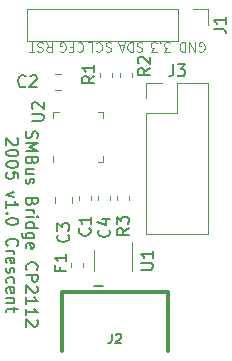
<source format=gbr>
G04 #@! TF.GenerationSoftware,KiCad,Pcbnew,(5.1.2)-1*
G04 #@! TF.CreationDate,2020-05-23T15:23:26+09:00*
G04 #@! TF.ProjectId,cp,63702e6b-6963-4616-945f-706362585858,v1.1*
G04 #@! TF.SameCoordinates,Original*
G04 #@! TF.FileFunction,Legend,Top*
G04 #@! TF.FilePolarity,Positive*
%FSLAX46Y46*%
G04 Gerber Fmt 4.6, Leading zero omitted, Abs format (unit mm)*
G04 Created by KiCad (PCBNEW (5.1.2)-1) date 2020-05-23 15:23:26*
%MOMM*%
%LPD*%
G04 APERTURE LIST*
%ADD10C,0.120000*%
%ADD11C,0.150000*%
%ADD12C,0.300000*%
G04 APERTURE END LIST*
D10*
X114288095Y-123598095D02*
X114554761Y-123979047D01*
X114745238Y-123598095D02*
X114745238Y-124398095D01*
X114440476Y-124398095D01*
X114364285Y-124360000D01*
X114326190Y-124321904D01*
X114288095Y-124245714D01*
X114288095Y-124131428D01*
X114326190Y-124055238D01*
X114364285Y-124017142D01*
X114440476Y-123979047D01*
X114745238Y-123979047D01*
X113983333Y-123636190D02*
X113869047Y-123598095D01*
X113678571Y-123598095D01*
X113602380Y-123636190D01*
X113564285Y-123674285D01*
X113526190Y-123750476D01*
X113526190Y-123826666D01*
X113564285Y-123902857D01*
X113602380Y-123940952D01*
X113678571Y-123979047D01*
X113830952Y-124017142D01*
X113907142Y-124055238D01*
X113945238Y-124093333D01*
X113983333Y-124169523D01*
X113983333Y-124245714D01*
X113945238Y-124321904D01*
X113907142Y-124360000D01*
X113830952Y-124398095D01*
X113640476Y-124398095D01*
X113526190Y-124360000D01*
X113297619Y-124398095D02*
X112840476Y-124398095D01*
X113069047Y-123598095D02*
X113069047Y-124398095D01*
X116945238Y-123674285D02*
X116983333Y-123636190D01*
X117097619Y-123598095D01*
X117173809Y-123598095D01*
X117288095Y-123636190D01*
X117364285Y-123712380D01*
X117402380Y-123788571D01*
X117440476Y-123940952D01*
X117440476Y-124055238D01*
X117402380Y-124207619D01*
X117364285Y-124283809D01*
X117288095Y-124360000D01*
X117173809Y-124398095D01*
X117097619Y-124398095D01*
X116983333Y-124360000D01*
X116945238Y-124321904D01*
X116335714Y-124017142D02*
X116602380Y-124017142D01*
X116602380Y-123598095D02*
X116602380Y-124398095D01*
X116221428Y-124398095D01*
X115497619Y-124360000D02*
X115573809Y-124398095D01*
X115688095Y-124398095D01*
X115802380Y-124360000D01*
X115878571Y-124283809D01*
X115916666Y-124207619D01*
X115954761Y-124055238D01*
X115954761Y-123940952D01*
X115916666Y-123788571D01*
X115878571Y-123712380D01*
X115802380Y-123636190D01*
X115688095Y-123598095D01*
X115611904Y-123598095D01*
X115497619Y-123636190D01*
X115459523Y-123674285D01*
X115459523Y-123940952D01*
X115611904Y-123940952D01*
X127259523Y-124360000D02*
X127335714Y-124398095D01*
X127450000Y-124398095D01*
X127564285Y-124360000D01*
X127640476Y-124283809D01*
X127678571Y-124207619D01*
X127716666Y-124055238D01*
X127716666Y-123940952D01*
X127678571Y-123788571D01*
X127640476Y-123712380D01*
X127564285Y-123636190D01*
X127450000Y-123598095D01*
X127373809Y-123598095D01*
X127259523Y-123636190D01*
X127221428Y-123674285D01*
X127221428Y-123940952D01*
X127373809Y-123940952D01*
X126878571Y-123598095D02*
X126878571Y-124398095D01*
X126421428Y-123598095D01*
X126421428Y-124398095D01*
X126040476Y-123598095D02*
X126040476Y-124398095D01*
X125850000Y-124398095D01*
X125735714Y-124360000D01*
X125659523Y-124283809D01*
X125621428Y-124207619D01*
X125583333Y-124055238D01*
X125583333Y-123940952D01*
X125621428Y-123788571D01*
X125659523Y-123712380D01*
X125735714Y-123636190D01*
X125850000Y-123598095D01*
X126040476Y-123598095D01*
X124788095Y-124398095D02*
X124292857Y-124398095D01*
X124559523Y-124093333D01*
X124445238Y-124093333D01*
X124369047Y-124055238D01*
X124330952Y-124017142D01*
X124292857Y-123940952D01*
X124292857Y-123750476D01*
X124330952Y-123674285D01*
X124369047Y-123636190D01*
X124445238Y-123598095D01*
X124673809Y-123598095D01*
X124750000Y-123636190D01*
X124788095Y-123674285D01*
X123950000Y-123674285D02*
X123911904Y-123636190D01*
X123950000Y-123598095D01*
X123988095Y-123636190D01*
X123950000Y-123674285D01*
X123950000Y-123598095D01*
X123645238Y-124398095D02*
X123150000Y-124398095D01*
X123416666Y-124093333D01*
X123302380Y-124093333D01*
X123226190Y-124055238D01*
X123188095Y-124017142D01*
X123150000Y-123940952D01*
X123150000Y-123750476D01*
X123188095Y-123674285D01*
X123226190Y-123636190D01*
X123302380Y-123598095D01*
X123530952Y-123598095D01*
X123607142Y-123636190D01*
X123645238Y-123674285D01*
X119802380Y-123636190D02*
X119688095Y-123598095D01*
X119497619Y-123598095D01*
X119421428Y-123636190D01*
X119383333Y-123674285D01*
X119345238Y-123750476D01*
X119345238Y-123826666D01*
X119383333Y-123902857D01*
X119421428Y-123940952D01*
X119497619Y-123979047D01*
X119650000Y-124017142D01*
X119726190Y-124055238D01*
X119764285Y-124093333D01*
X119802380Y-124169523D01*
X119802380Y-124245714D01*
X119764285Y-124321904D01*
X119726190Y-124360000D01*
X119650000Y-124398095D01*
X119459523Y-124398095D01*
X119345238Y-124360000D01*
X118545238Y-123674285D02*
X118583333Y-123636190D01*
X118697619Y-123598095D01*
X118773809Y-123598095D01*
X118888095Y-123636190D01*
X118964285Y-123712380D01*
X119002380Y-123788571D01*
X119040476Y-123940952D01*
X119040476Y-124055238D01*
X119002380Y-124207619D01*
X118964285Y-124283809D01*
X118888095Y-124360000D01*
X118773809Y-124398095D01*
X118697619Y-124398095D01*
X118583333Y-124360000D01*
X118545238Y-124321904D01*
X117821428Y-123598095D02*
X118202380Y-123598095D01*
X118202380Y-124398095D01*
X122421428Y-123636190D02*
X122307142Y-123598095D01*
X122116666Y-123598095D01*
X122040476Y-123636190D01*
X122002380Y-123674285D01*
X121964285Y-123750476D01*
X121964285Y-123826666D01*
X122002380Y-123902857D01*
X122040476Y-123940952D01*
X122116666Y-123979047D01*
X122269047Y-124017142D01*
X122345238Y-124055238D01*
X122383333Y-124093333D01*
X122421428Y-124169523D01*
X122421428Y-124245714D01*
X122383333Y-124321904D01*
X122345238Y-124360000D01*
X122269047Y-124398095D01*
X122078571Y-124398095D01*
X121964285Y-124360000D01*
X121621428Y-123598095D02*
X121621428Y-124398095D01*
X121430952Y-124398095D01*
X121316666Y-124360000D01*
X121240476Y-124283809D01*
X121202380Y-124207619D01*
X121164285Y-124055238D01*
X121164285Y-123940952D01*
X121202380Y-123788571D01*
X121240476Y-123712380D01*
X121316666Y-123636190D01*
X121430952Y-123598095D01*
X121621428Y-123598095D01*
X120859523Y-123826666D02*
X120478571Y-123826666D01*
X120935714Y-123598095D02*
X120669047Y-124398095D01*
X120402380Y-123598095D01*
D11*
X112620238Y-131138095D02*
X112572619Y-131280952D01*
X112572619Y-131519047D01*
X112620238Y-131614285D01*
X112667857Y-131661904D01*
X112763095Y-131709523D01*
X112858333Y-131709523D01*
X112953571Y-131661904D01*
X113001190Y-131614285D01*
X113048809Y-131519047D01*
X113096428Y-131328571D01*
X113144047Y-131233333D01*
X113191666Y-131185714D01*
X113286904Y-131138095D01*
X113382142Y-131138095D01*
X113477380Y-131185714D01*
X113525000Y-131233333D01*
X113572619Y-131328571D01*
X113572619Y-131566666D01*
X113525000Y-131709523D01*
X112572619Y-132138095D02*
X113572619Y-132138095D01*
X112858333Y-132471428D01*
X113572619Y-132804761D01*
X112572619Y-132804761D01*
X113096428Y-133614285D02*
X113048809Y-133757142D01*
X113001190Y-133804761D01*
X112905952Y-133852380D01*
X112763095Y-133852380D01*
X112667857Y-133804761D01*
X112620238Y-133757142D01*
X112572619Y-133661904D01*
X112572619Y-133280952D01*
X113572619Y-133280952D01*
X113572619Y-133614285D01*
X113525000Y-133709523D01*
X113477380Y-133757142D01*
X113382142Y-133804761D01*
X113286904Y-133804761D01*
X113191666Y-133757142D01*
X113144047Y-133709523D01*
X113096428Y-133614285D01*
X113096428Y-133280952D01*
X113239285Y-134709523D02*
X112572619Y-134709523D01*
X113239285Y-134280952D02*
X112715476Y-134280952D01*
X112620238Y-134328571D01*
X112572619Y-134423809D01*
X112572619Y-134566666D01*
X112620238Y-134661904D01*
X112667857Y-134709523D01*
X112620238Y-135138095D02*
X112572619Y-135233333D01*
X112572619Y-135423809D01*
X112620238Y-135519047D01*
X112715476Y-135566666D01*
X112763095Y-135566666D01*
X112858333Y-135519047D01*
X112905952Y-135423809D01*
X112905952Y-135280952D01*
X112953571Y-135185714D01*
X113048809Y-135138095D01*
X113096428Y-135138095D01*
X113191666Y-135185714D01*
X113239285Y-135280952D01*
X113239285Y-135423809D01*
X113191666Y-135519047D01*
X113096428Y-137090476D02*
X113048809Y-137233333D01*
X113001190Y-137280952D01*
X112905952Y-137328571D01*
X112763095Y-137328571D01*
X112667857Y-137280952D01*
X112620238Y-137233333D01*
X112572619Y-137138095D01*
X112572619Y-136757142D01*
X113572619Y-136757142D01*
X113572619Y-137090476D01*
X113525000Y-137185714D01*
X113477380Y-137233333D01*
X113382142Y-137280952D01*
X113286904Y-137280952D01*
X113191666Y-137233333D01*
X113144047Y-137185714D01*
X113096428Y-137090476D01*
X113096428Y-136757142D01*
X112572619Y-137757142D02*
X113239285Y-137757142D01*
X113048809Y-137757142D02*
X113144047Y-137804761D01*
X113191666Y-137852380D01*
X113239285Y-137947619D01*
X113239285Y-138042857D01*
X112572619Y-138376190D02*
X113239285Y-138376190D01*
X113572619Y-138376190D02*
X113525000Y-138328571D01*
X113477380Y-138376190D01*
X113525000Y-138423809D01*
X113572619Y-138376190D01*
X113477380Y-138376190D01*
X112572619Y-139280952D02*
X113572619Y-139280952D01*
X112620238Y-139280952D02*
X112572619Y-139185714D01*
X112572619Y-138995238D01*
X112620238Y-138900000D01*
X112667857Y-138852380D01*
X112763095Y-138804761D01*
X113048809Y-138804761D01*
X113144047Y-138852380D01*
X113191666Y-138900000D01*
X113239285Y-138995238D01*
X113239285Y-139185714D01*
X113191666Y-139280952D01*
X113239285Y-140185714D02*
X112429761Y-140185714D01*
X112334523Y-140138095D01*
X112286904Y-140090476D01*
X112239285Y-139995238D01*
X112239285Y-139852380D01*
X112286904Y-139757142D01*
X112620238Y-140185714D02*
X112572619Y-140090476D01*
X112572619Y-139900000D01*
X112620238Y-139804761D01*
X112667857Y-139757142D01*
X112763095Y-139709523D01*
X113048809Y-139709523D01*
X113144047Y-139757142D01*
X113191666Y-139804761D01*
X113239285Y-139900000D01*
X113239285Y-140090476D01*
X113191666Y-140185714D01*
X112620238Y-141042857D02*
X112572619Y-140947619D01*
X112572619Y-140757142D01*
X112620238Y-140661904D01*
X112715476Y-140614285D01*
X113096428Y-140614285D01*
X113191666Y-140661904D01*
X113239285Y-140757142D01*
X113239285Y-140947619D01*
X113191666Y-141042857D01*
X113096428Y-141090476D01*
X113001190Y-141090476D01*
X112905952Y-140614285D01*
X112667857Y-142852380D02*
X112620238Y-142804761D01*
X112572619Y-142661904D01*
X112572619Y-142566666D01*
X112620238Y-142423809D01*
X112715476Y-142328571D01*
X112810714Y-142280952D01*
X113001190Y-142233333D01*
X113144047Y-142233333D01*
X113334523Y-142280952D01*
X113429761Y-142328571D01*
X113525000Y-142423809D01*
X113572619Y-142566666D01*
X113572619Y-142661904D01*
X113525000Y-142804761D01*
X113477380Y-142852380D01*
X112572619Y-143280952D02*
X113572619Y-143280952D01*
X113572619Y-143661904D01*
X113525000Y-143757142D01*
X113477380Y-143804761D01*
X113382142Y-143852380D01*
X113239285Y-143852380D01*
X113144047Y-143804761D01*
X113096428Y-143757142D01*
X113048809Y-143661904D01*
X113048809Y-143280952D01*
X113477380Y-144233333D02*
X113525000Y-144280952D01*
X113572619Y-144376190D01*
X113572619Y-144614285D01*
X113525000Y-144709523D01*
X113477380Y-144757142D01*
X113382142Y-144804761D01*
X113286904Y-144804761D01*
X113144047Y-144757142D01*
X112572619Y-144185714D01*
X112572619Y-144804761D01*
X112572619Y-145757142D02*
X112572619Y-145185714D01*
X112572619Y-145471428D02*
X113572619Y-145471428D01*
X113429761Y-145376190D01*
X113334523Y-145280952D01*
X113286904Y-145185714D01*
X112572619Y-146709523D02*
X112572619Y-146138095D01*
X112572619Y-146423809D02*
X113572619Y-146423809D01*
X113429761Y-146328571D01*
X113334523Y-146233333D01*
X113286904Y-146138095D01*
X113477380Y-147090476D02*
X113525000Y-147138095D01*
X113572619Y-147233333D01*
X113572619Y-147471428D01*
X113525000Y-147566666D01*
X113477380Y-147614285D01*
X113382142Y-147661904D01*
X113286904Y-147661904D01*
X113144047Y-147614285D01*
X112572619Y-147042857D01*
X112572619Y-147661904D01*
X111827380Y-131733333D02*
X111875000Y-131780952D01*
X111922619Y-131876190D01*
X111922619Y-132114285D01*
X111875000Y-132209523D01*
X111827380Y-132257142D01*
X111732142Y-132304761D01*
X111636904Y-132304761D01*
X111494047Y-132257142D01*
X110922619Y-131685714D01*
X110922619Y-132304761D01*
X111922619Y-132923809D02*
X111922619Y-133019047D01*
X111875000Y-133114285D01*
X111827380Y-133161904D01*
X111732142Y-133209523D01*
X111541666Y-133257142D01*
X111303571Y-133257142D01*
X111113095Y-133209523D01*
X111017857Y-133161904D01*
X110970238Y-133114285D01*
X110922619Y-133019047D01*
X110922619Y-132923809D01*
X110970238Y-132828571D01*
X111017857Y-132780952D01*
X111113095Y-132733333D01*
X111303571Y-132685714D01*
X111541666Y-132685714D01*
X111732142Y-132733333D01*
X111827380Y-132780952D01*
X111875000Y-132828571D01*
X111922619Y-132923809D01*
X111922619Y-133876190D02*
X111922619Y-133971428D01*
X111875000Y-134066666D01*
X111827380Y-134114285D01*
X111732142Y-134161904D01*
X111541666Y-134209523D01*
X111303571Y-134209523D01*
X111113095Y-134161904D01*
X111017857Y-134114285D01*
X110970238Y-134066666D01*
X110922619Y-133971428D01*
X110922619Y-133876190D01*
X110970238Y-133780952D01*
X111017857Y-133733333D01*
X111113095Y-133685714D01*
X111303571Y-133638095D01*
X111541666Y-133638095D01*
X111732142Y-133685714D01*
X111827380Y-133733333D01*
X111875000Y-133780952D01*
X111922619Y-133876190D01*
X111922619Y-135114285D02*
X111922619Y-134638095D01*
X111446428Y-134590476D01*
X111494047Y-134638095D01*
X111541666Y-134733333D01*
X111541666Y-134971428D01*
X111494047Y-135066666D01*
X111446428Y-135114285D01*
X111351190Y-135161904D01*
X111113095Y-135161904D01*
X111017857Y-135114285D01*
X110970238Y-135066666D01*
X110922619Y-134971428D01*
X110922619Y-134733333D01*
X110970238Y-134638095D01*
X111017857Y-134590476D01*
X111589285Y-136257142D02*
X110922619Y-136495238D01*
X111589285Y-136733333D01*
X110922619Y-137638095D02*
X110922619Y-137066666D01*
X110922619Y-137352380D02*
X111922619Y-137352380D01*
X111779761Y-137257142D01*
X111684523Y-137161904D01*
X111636904Y-137066666D01*
X111017857Y-138066666D02*
X110970238Y-138114285D01*
X110922619Y-138066666D01*
X110970238Y-138019047D01*
X111017857Y-138066666D01*
X110922619Y-138066666D01*
X111922619Y-138733333D02*
X111922619Y-138828571D01*
X111875000Y-138923809D01*
X111827380Y-138971428D01*
X111732142Y-139019047D01*
X111541666Y-139066666D01*
X111303571Y-139066666D01*
X111113095Y-139019047D01*
X111017857Y-138971428D01*
X110970238Y-138923809D01*
X110922619Y-138828571D01*
X110922619Y-138733333D01*
X110970238Y-138638095D01*
X111017857Y-138590476D01*
X111113095Y-138542857D01*
X111303571Y-138495238D01*
X111541666Y-138495238D01*
X111732142Y-138542857D01*
X111827380Y-138590476D01*
X111875000Y-138638095D01*
X111922619Y-138733333D01*
X111017857Y-140828571D02*
X110970238Y-140780952D01*
X110922619Y-140638095D01*
X110922619Y-140542857D01*
X110970238Y-140400000D01*
X111065476Y-140304761D01*
X111160714Y-140257142D01*
X111351190Y-140209523D01*
X111494047Y-140209523D01*
X111684523Y-140257142D01*
X111779761Y-140304761D01*
X111875000Y-140400000D01*
X111922619Y-140542857D01*
X111922619Y-140638095D01*
X111875000Y-140780952D01*
X111827380Y-140828571D01*
X110922619Y-141257142D02*
X111589285Y-141257142D01*
X111398809Y-141257142D02*
X111494047Y-141304761D01*
X111541666Y-141352380D01*
X111589285Y-141447619D01*
X111589285Y-141542857D01*
X110970238Y-142257142D02*
X110922619Y-142161904D01*
X110922619Y-141971428D01*
X110970238Y-141876190D01*
X111065476Y-141828571D01*
X111446428Y-141828571D01*
X111541666Y-141876190D01*
X111589285Y-141971428D01*
X111589285Y-142161904D01*
X111541666Y-142257142D01*
X111446428Y-142304761D01*
X111351190Y-142304761D01*
X111255952Y-141828571D01*
X110970238Y-142685714D02*
X110922619Y-142780952D01*
X110922619Y-142971428D01*
X110970238Y-143066666D01*
X111065476Y-143114285D01*
X111113095Y-143114285D01*
X111208333Y-143066666D01*
X111255952Y-142971428D01*
X111255952Y-142828571D01*
X111303571Y-142733333D01*
X111398809Y-142685714D01*
X111446428Y-142685714D01*
X111541666Y-142733333D01*
X111589285Y-142828571D01*
X111589285Y-142971428D01*
X111541666Y-143066666D01*
X110970238Y-143971428D02*
X110922619Y-143876190D01*
X110922619Y-143685714D01*
X110970238Y-143590476D01*
X111017857Y-143542857D01*
X111113095Y-143495238D01*
X111398809Y-143495238D01*
X111494047Y-143542857D01*
X111541666Y-143590476D01*
X111589285Y-143685714D01*
X111589285Y-143876190D01*
X111541666Y-143971428D01*
X110970238Y-144780952D02*
X110922619Y-144685714D01*
X110922619Y-144495238D01*
X110970238Y-144400000D01*
X111065476Y-144352380D01*
X111446428Y-144352380D01*
X111541666Y-144400000D01*
X111589285Y-144495238D01*
X111589285Y-144685714D01*
X111541666Y-144780952D01*
X111446428Y-144828571D01*
X111351190Y-144828571D01*
X111255952Y-144352380D01*
X111589285Y-145257142D02*
X110922619Y-145257142D01*
X111494047Y-145257142D02*
X111541666Y-145304761D01*
X111589285Y-145400000D01*
X111589285Y-145542857D01*
X111541666Y-145638095D01*
X111446428Y-145685714D01*
X110922619Y-145685714D01*
X111589285Y-146019047D02*
X111589285Y-146400000D01*
X111922619Y-146161904D02*
X111065476Y-146161904D01*
X110970238Y-146209523D01*
X110922619Y-146304761D01*
X110922619Y-146400000D01*
D10*
X114890000Y-133235000D02*
X114890000Y-133710000D01*
X119110000Y-129490000D02*
X118635000Y-129490000D01*
X119110000Y-129965000D02*
X119110000Y-129490000D01*
X119110000Y-133710000D02*
X118635000Y-133710000D01*
X119110000Y-133235000D02*
X119110000Y-133710000D01*
X114890000Y-129490000D02*
X115365000Y-129490000D01*
X114890000Y-129965000D02*
X114890000Y-129490000D01*
X121270000Y-136942779D02*
X121270000Y-136617221D01*
X120250000Y-136942779D02*
X120250000Y-136617221D01*
X121590000Y-126530779D02*
X121590000Y-126205221D01*
X120570000Y-126530779D02*
X120570000Y-126205221D01*
X119830000Y-126530779D02*
X119830000Y-126205221D01*
X118810000Y-126530779D02*
X118810000Y-126205221D01*
X122770000Y-127020000D02*
X124100000Y-127020000D01*
X122770000Y-128350000D02*
X122770000Y-127020000D01*
X125370000Y-127020000D02*
X127970000Y-127020000D01*
X125370000Y-129620000D02*
X125370000Y-127020000D01*
X122770000Y-129620000D02*
X125370000Y-129620000D01*
X127970000Y-127020000D02*
X127970000Y-139840000D01*
X122770000Y-129620000D02*
X122770000Y-139840000D01*
X122770000Y-139840000D02*
X127970000Y-139840000D01*
X115550578Y-126250000D02*
X115033422Y-126250000D01*
X115550578Y-127670000D02*
X115033422Y-127670000D01*
X115050000Y-136701422D02*
X115050000Y-137218578D01*
X116470000Y-136701422D02*
X116470000Y-137218578D01*
X121580000Y-142980000D02*
X121580000Y-140530000D01*
X118360000Y-141180000D02*
X118360000Y-142980000D01*
D11*
X118350000Y-144200000D02*
X119100000Y-144200000D01*
D12*
X115600000Y-149700000D02*
X115600000Y-145200000D01*
X115600000Y-145200000D02*
X115600000Y-144700000D01*
X115600000Y-144700000D02*
X124600000Y-144700000D01*
X124600000Y-144700000D02*
X124600000Y-149700000D01*
D10*
X128020000Y-120800000D02*
X128020000Y-122130000D01*
X126690000Y-120800000D02*
X128020000Y-120800000D01*
X125420000Y-120800000D02*
X125420000Y-123460000D01*
X125420000Y-123460000D02*
X112660000Y-123460000D01*
X125420000Y-120800000D02*
X112660000Y-120800000D01*
X112660000Y-120800000D02*
X112660000Y-123460000D01*
X117430000Y-142592779D02*
X117430000Y-142267221D01*
X116410000Y-142592779D02*
X116410000Y-142267221D01*
X118710000Y-136609221D02*
X118710000Y-136934779D01*
X119730000Y-136609221D02*
X119730000Y-136934779D01*
X117090000Y-136605221D02*
X117090000Y-136930779D01*
X118110000Y-136605221D02*
X118110000Y-136930779D01*
D11*
X113072380Y-130231904D02*
X113881904Y-130231904D01*
X113977142Y-130184285D01*
X114024761Y-130136666D01*
X114072380Y-130041428D01*
X114072380Y-129850952D01*
X114024761Y-129755714D01*
X113977142Y-129708095D01*
X113881904Y-129660476D01*
X113072380Y-129660476D01*
X113167619Y-129231904D02*
X113120000Y-129184285D01*
X113072380Y-129089047D01*
X113072380Y-128850952D01*
X113120000Y-128755714D01*
X113167619Y-128708095D01*
X113262857Y-128660476D01*
X113358095Y-128660476D01*
X113500952Y-128708095D01*
X114072380Y-129279523D01*
X114072380Y-128660476D01*
X121272380Y-139316666D02*
X120796190Y-139650000D01*
X121272380Y-139888095D02*
X120272380Y-139888095D01*
X120272380Y-139507142D01*
X120320000Y-139411904D01*
X120367619Y-139364285D01*
X120462857Y-139316666D01*
X120605714Y-139316666D01*
X120700952Y-139364285D01*
X120748571Y-139411904D01*
X120796190Y-139507142D01*
X120796190Y-139888095D01*
X120272380Y-138983333D02*
X120272380Y-138364285D01*
X120653333Y-138697619D01*
X120653333Y-138554761D01*
X120700952Y-138459523D01*
X120748571Y-138411904D01*
X120843809Y-138364285D01*
X121081904Y-138364285D01*
X121177142Y-138411904D01*
X121224761Y-138459523D01*
X121272380Y-138554761D01*
X121272380Y-138840476D01*
X121224761Y-138935714D01*
X121177142Y-138983333D01*
X123052380Y-125767166D02*
X122576190Y-126100500D01*
X123052380Y-126338595D02*
X122052380Y-126338595D01*
X122052380Y-125957642D01*
X122100000Y-125862404D01*
X122147619Y-125814785D01*
X122242857Y-125767166D01*
X122385714Y-125767166D01*
X122480952Y-125814785D01*
X122528571Y-125862404D01*
X122576190Y-125957642D01*
X122576190Y-126338595D01*
X122147619Y-125386214D02*
X122100000Y-125338595D01*
X122052380Y-125243357D01*
X122052380Y-125005261D01*
X122100000Y-124910023D01*
X122147619Y-124862404D01*
X122242857Y-124814785D01*
X122338095Y-124814785D01*
X122480952Y-124862404D01*
X123052380Y-125433833D01*
X123052380Y-124814785D01*
X118352380Y-126467166D02*
X117876190Y-126800500D01*
X118352380Y-127038595D02*
X117352380Y-127038595D01*
X117352380Y-126657642D01*
X117400000Y-126562404D01*
X117447619Y-126514785D01*
X117542857Y-126467166D01*
X117685714Y-126467166D01*
X117780952Y-126514785D01*
X117828571Y-126562404D01*
X117876190Y-126657642D01*
X117876190Y-127038595D01*
X118352380Y-125514785D02*
X118352380Y-126086214D01*
X118352380Y-125800500D02*
X117352380Y-125800500D01*
X117495238Y-125895738D01*
X117590476Y-125990976D01*
X117638095Y-126086214D01*
X125036666Y-125472380D02*
X125036666Y-126186666D01*
X124989047Y-126329523D01*
X124893809Y-126424761D01*
X124750952Y-126472380D01*
X124655714Y-126472380D01*
X125417619Y-125472380D02*
X126036666Y-125472380D01*
X125703333Y-125853333D01*
X125846190Y-125853333D01*
X125941428Y-125900952D01*
X125989047Y-125948571D01*
X126036666Y-126043809D01*
X126036666Y-126281904D01*
X125989047Y-126377142D01*
X125941428Y-126424761D01*
X125846190Y-126472380D01*
X125560476Y-126472380D01*
X125465238Y-126424761D01*
X125417619Y-126377142D01*
X112542833Y-127297142D02*
X112495214Y-127344761D01*
X112352357Y-127392380D01*
X112257119Y-127392380D01*
X112114261Y-127344761D01*
X112019023Y-127249523D01*
X111971404Y-127154285D01*
X111923785Y-126963809D01*
X111923785Y-126820952D01*
X111971404Y-126630476D01*
X112019023Y-126535238D01*
X112114261Y-126440000D01*
X112257119Y-126392380D01*
X112352357Y-126392380D01*
X112495214Y-126440000D01*
X112542833Y-126487619D01*
X112923785Y-126487619D02*
X112971404Y-126440000D01*
X113066642Y-126392380D01*
X113304738Y-126392380D01*
X113399976Y-126440000D01*
X113447595Y-126487619D01*
X113495214Y-126582857D01*
X113495214Y-126678095D01*
X113447595Y-126820952D01*
X112876166Y-127392380D01*
X113495214Y-127392380D01*
X116137142Y-139886666D02*
X116184761Y-139934285D01*
X116232380Y-140077142D01*
X116232380Y-140172380D01*
X116184761Y-140315238D01*
X116089523Y-140410476D01*
X115994285Y-140458095D01*
X115803809Y-140505714D01*
X115660952Y-140505714D01*
X115470476Y-140458095D01*
X115375238Y-140410476D01*
X115280000Y-140315238D01*
X115232380Y-140172380D01*
X115232380Y-140077142D01*
X115280000Y-139934285D01*
X115327619Y-139886666D01*
X115232380Y-139553333D02*
X115232380Y-138934285D01*
X115613333Y-139267619D01*
X115613333Y-139124761D01*
X115660952Y-139029523D01*
X115708571Y-138981904D01*
X115803809Y-138934285D01*
X116041904Y-138934285D01*
X116137142Y-138981904D01*
X116184761Y-139029523D01*
X116232380Y-139124761D01*
X116232380Y-139410476D01*
X116184761Y-139505714D01*
X116137142Y-139553333D01*
X122322380Y-142841904D02*
X123131904Y-142841904D01*
X123227142Y-142794285D01*
X123274761Y-142746666D01*
X123322380Y-142651428D01*
X123322380Y-142460952D01*
X123274761Y-142365714D01*
X123227142Y-142318095D01*
X123131904Y-142270476D01*
X122322380Y-142270476D01*
X123322380Y-141270476D02*
X123322380Y-141841904D01*
X123322380Y-141556190D02*
X122322380Y-141556190D01*
X122465238Y-141651428D01*
X122560476Y-141746666D01*
X122608095Y-141841904D01*
X119833333Y-148261904D02*
X119833333Y-148833333D01*
X119795238Y-148947619D01*
X119719047Y-149023809D01*
X119604761Y-149061904D01*
X119528571Y-149061904D01*
X120176190Y-148338095D02*
X120214285Y-148300000D01*
X120290476Y-148261904D01*
X120480952Y-148261904D01*
X120557142Y-148300000D01*
X120595238Y-148338095D01*
X120633333Y-148414285D01*
X120633333Y-148490476D01*
X120595238Y-148604761D01*
X120138095Y-149061904D01*
X120633333Y-149061904D01*
X128472380Y-122463333D02*
X129186666Y-122463333D01*
X129329523Y-122510952D01*
X129424761Y-122606190D01*
X129472380Y-122749047D01*
X129472380Y-122844285D01*
X129472380Y-121463333D02*
X129472380Y-122034761D01*
X129472380Y-121749047D02*
X128472380Y-121749047D01*
X128615238Y-121844285D01*
X128710476Y-121939523D01*
X128758095Y-122034761D01*
X115478571Y-142593333D02*
X115478571Y-142926666D01*
X116002380Y-142926666D02*
X115002380Y-142926666D01*
X115002380Y-142450476D01*
X116002380Y-141545714D02*
X116002380Y-142117142D01*
X116002380Y-141831428D02*
X115002380Y-141831428D01*
X115145238Y-141926666D01*
X115240476Y-142021904D01*
X115288095Y-142117142D01*
X119577142Y-139451166D02*
X119624761Y-139498785D01*
X119672380Y-139641642D01*
X119672380Y-139736880D01*
X119624761Y-139879738D01*
X119529523Y-139974976D01*
X119434285Y-140022595D01*
X119243809Y-140070214D01*
X119100952Y-140070214D01*
X118910476Y-140022595D01*
X118815238Y-139974976D01*
X118720000Y-139879738D01*
X118672380Y-139736880D01*
X118672380Y-139641642D01*
X118720000Y-139498785D01*
X118767619Y-139451166D01*
X119005714Y-138594023D02*
X119672380Y-138594023D01*
X118624761Y-138832119D02*
X119339047Y-139070214D01*
X119339047Y-138451166D01*
X117957142Y-139334666D02*
X118004761Y-139382285D01*
X118052380Y-139525142D01*
X118052380Y-139620380D01*
X118004761Y-139763238D01*
X117909523Y-139858476D01*
X117814285Y-139906095D01*
X117623809Y-139953714D01*
X117480952Y-139953714D01*
X117290476Y-139906095D01*
X117195238Y-139858476D01*
X117100000Y-139763238D01*
X117052380Y-139620380D01*
X117052380Y-139525142D01*
X117100000Y-139382285D01*
X117147619Y-139334666D01*
X118052380Y-138382285D02*
X118052380Y-138953714D01*
X118052380Y-138668000D02*
X117052380Y-138668000D01*
X117195238Y-138763238D01*
X117290476Y-138858476D01*
X117338095Y-138953714D01*
M02*

</source>
